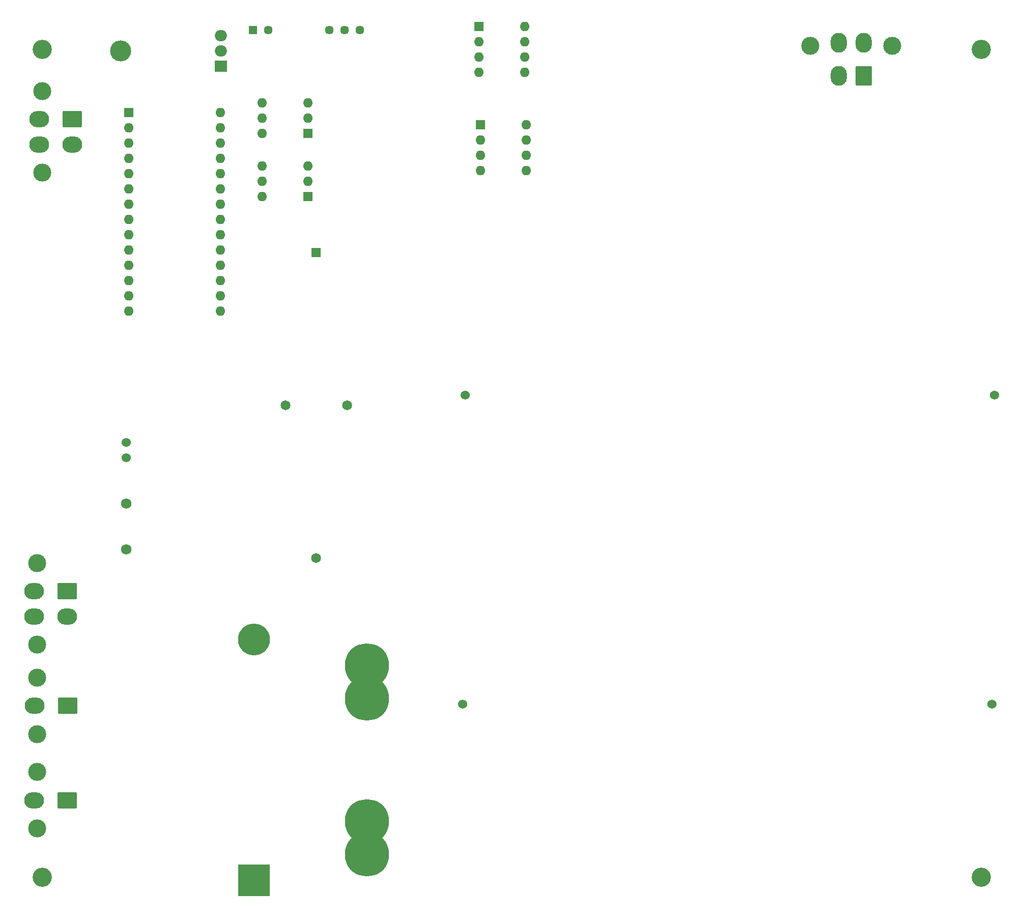
<source format=gbr>
%TF.GenerationSoftware,KiCad,Pcbnew,8.0.0*%
%TF.CreationDate,2025-02-13T19:29:31-08:00*%
%TF.ProjectId,pcc_v0.1,7063635f-7630-42e3-912e-6b696361645f,rev?*%
%TF.SameCoordinates,Original*%
%TF.FileFunction,Soldermask,Bot*%
%TF.FilePolarity,Negative*%
%FSLAX46Y46*%
G04 Gerber Fmt 4.6, Leading zero omitted, Abs format (unit mm)*
G04 Created by KiCad (PCBNEW 8.0.0) date 2025-02-13 19:29:31*
%MOMM*%
%LPD*%
G01*
G04 APERTURE LIST*
G04 Aperture macros list*
%AMRoundRect*
0 Rectangle with rounded corners*
0 $1 Rounding radius*
0 $2 $3 $4 $5 $6 $7 $8 $9 X,Y pos of 4 corners*
0 Add a 4 corners polygon primitive as box body*
4,1,4,$2,$3,$4,$5,$6,$7,$8,$9,$2,$3,0*
0 Add four circle primitives for the rounded corners*
1,1,$1+$1,$2,$3*
1,1,$1+$1,$4,$5*
1,1,$1+$1,$6,$7*
1,1,$1+$1,$8,$9*
0 Add four rect primitives between the rounded corners*
20,1,$1+$1,$2,$3,$4,$5,0*
20,1,$1+$1,$4,$5,$6,$7,0*
20,1,$1+$1,$6,$7,$8,$9,0*
20,1,$1+$1,$8,$9,$2,$3,0*%
G04 Aperture macros list end*
%ADD10C,1.524000*%
%ADD11C,1.727200*%
%ADD12C,3.200000*%
%ADD13C,3.000000*%
%ADD14RoundRect,0.250001X-1.399999X1.099999X-1.399999X-1.099999X1.399999X-1.099999X1.399999X1.099999X0*%
%ADD15O,3.300000X2.700000*%
%ADD16R,1.600000X1.600000*%
%ADD17O,1.600000X1.600000*%
%ADD18RoundRect,0.250001X1.099999X1.399999X-1.099999X1.399999X-1.099999X-1.399999X1.099999X-1.399999X0*%
%ADD19O,2.700000X3.300000*%
%ADD20R,1.450000X1.450000*%
%ADD21C,1.450000*%
%ADD22R,5.295000X5.295000*%
%ADD23C,5.295000*%
%ADD24C,7.350000*%
%ADD25R,1.650000X1.650000*%
%ADD26C,1.650000*%
%ADD27O,3.500000X3.500000*%
%ADD28R,2.000000X1.905000*%
%ADD29O,2.000000X1.905000*%
G04 APERTURE END LIST*
D10*
%TO.C,K3*%
X73800253Y-93010253D03*
X73800253Y-95550253D03*
D11*
X73800253Y-103170253D03*
X73800253Y-110790253D03*
%TD*%
D10*
%TO.C,R28*%
X129800000Y-136500000D03*
X217800000Y-136500000D03*
%TD*%
D12*
%TO.C,REF\u002A\u002A*%
X216050253Y-165350253D03*
%TD*%
D13*
%TO.C,J7*%
X58960000Y-113050000D03*
X58960000Y-126650000D03*
D14*
X64000000Y-117750000D03*
D15*
X64000000Y-121950000D03*
X58500000Y-117750000D03*
X58500000Y-121950000D03*
%TD*%
D16*
%TO.C,J4*%
X74175000Y-38125000D03*
D17*
X74175000Y-40665000D03*
X74175000Y-43205000D03*
X74175000Y-45745000D03*
X74175000Y-48285000D03*
X74175000Y-50825000D03*
X74175000Y-53365000D03*
X74175000Y-55905000D03*
X74175000Y-58445000D03*
X74175000Y-60985000D03*
X74175000Y-63525000D03*
X74175000Y-66065000D03*
X74175000Y-68605000D03*
X74175000Y-71145000D03*
X89415000Y-71145000D03*
X89415000Y-68605000D03*
X89415000Y-66065000D03*
X89415000Y-63525000D03*
X89415000Y-60985000D03*
X89415000Y-58445000D03*
X89415000Y-55905000D03*
X89415000Y-53365000D03*
X89415000Y-50825000D03*
X89415000Y-48285000D03*
X89415000Y-45745000D03*
X89415000Y-43205000D03*
X89415000Y-40665000D03*
X89415000Y-38125000D03*
%TD*%
D13*
%TO.C,J8*%
X59000000Y-132100000D03*
X59000000Y-141500000D03*
D14*
X64040000Y-136800000D03*
D15*
X58540000Y-136800000D03*
%TD*%
D13*
%TO.C,J6*%
X201200000Y-27010000D03*
X187600000Y-27010000D03*
D18*
X196500000Y-32050000D03*
D19*
X192300000Y-32050000D03*
X196500000Y-26550000D03*
X192300000Y-26550000D03*
%TD*%
D12*
%TO.C,REF\u002A\u002A*%
X59800253Y-165350253D03*
%TD*%
D20*
%TO.C,U6*%
X94850000Y-24400000D03*
D21*
X97390000Y-24400000D03*
X107550000Y-24400000D03*
X110090000Y-24400000D03*
X112630000Y-24400000D03*
%TD*%
D22*
%TO.C,K1*%
X95050000Y-165800000D03*
D23*
X95050000Y-125800000D03*
D24*
X113800000Y-161500000D03*
X113800000Y-135600000D03*
X113800000Y-156000000D03*
X113800000Y-130100000D03*
%TD*%
D13*
%TO.C,J3*%
X58960000Y-147800000D03*
X58960000Y-157200000D03*
D14*
X64000000Y-152500000D03*
D15*
X58500000Y-152500000D03*
%TD*%
D12*
%TO.C,REF\u002A\u002A*%
X59800000Y-27650000D03*
%TD*%
D25*
%TO.C,K2*%
X105400000Y-61400000D03*
D26*
X105400000Y-112200000D03*
X100300000Y-86800000D03*
X110500000Y-86800000D03*
%TD*%
D13*
%TO.C,J2*%
X59800000Y-34550000D03*
X59800000Y-48150000D03*
D14*
X64840000Y-39250000D03*
D15*
X64840000Y-43450000D03*
X59340000Y-39250000D03*
X59340000Y-43450000D03*
%TD*%
D10*
%TO.C,R29*%
X218200000Y-85100000D03*
X130200000Y-85100000D03*
%TD*%
D16*
%TO.C,U2*%
X104020253Y-41630253D03*
D17*
X104020253Y-39090253D03*
X104020253Y-36550253D03*
X96400253Y-36550253D03*
X96400253Y-39090253D03*
X96400253Y-41630253D03*
%TD*%
D16*
%TO.C,U1*%
X132430000Y-23860000D03*
D17*
X132430000Y-26400000D03*
X132430000Y-28940000D03*
X132430000Y-31480000D03*
X140050000Y-31480000D03*
X140050000Y-28940000D03*
X140050000Y-26400000D03*
X140050000Y-23860000D03*
%TD*%
D16*
%TO.C,U3*%
X104020253Y-52130253D03*
D17*
X104020253Y-49590253D03*
X104020253Y-47050253D03*
X96400253Y-47050253D03*
X96400253Y-49590253D03*
X96400253Y-52130253D03*
%TD*%
D16*
%TO.C,U4*%
X132730000Y-40160000D03*
D17*
X132730000Y-42700000D03*
X132730000Y-45240000D03*
X132730000Y-47780000D03*
X140350000Y-47780000D03*
X140350000Y-45240000D03*
X140350000Y-42700000D03*
X140350000Y-40160000D03*
%TD*%
D12*
%TO.C,REF\u002A\u002A*%
X216050000Y-27650000D03*
%TD*%
D27*
%TO.C,U9*%
X72870000Y-27900000D03*
D28*
X89530000Y-30440000D03*
D29*
X89530000Y-27900000D03*
X89530000Y-25360000D03*
%TD*%
M02*

</source>
